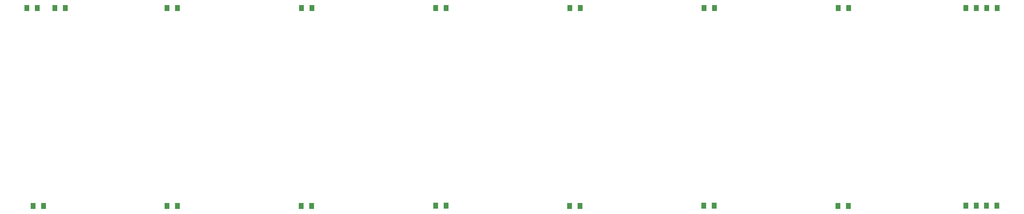
<source format=gbr>
%TF.GenerationSoftware,KiCad,Pcbnew,(6.0.7)*%
%TF.CreationDate,2023-02-26T17:44:05-06:00*%
%TF.ProjectId,Vsense,5673656e-7365-42e6-9b69-6361645f7063,rev?*%
%TF.SameCoordinates,Original*%
%TF.FileFunction,Paste,Top*%
%TF.FilePolarity,Positive*%
%FSLAX46Y46*%
G04 Gerber Fmt 4.6, Leading zero omitted, Abs format (unit mm)*
G04 Created by KiCad (PCBNEW (6.0.7)) date 2023-02-26 17:44:05*
%MOMM*%
%LPD*%
G01*
G04 APERTURE LIST*
G04 Aperture macros list*
%AMRoundRect*
0 Rectangle with rounded corners*
0 $1 Rounding radius*
0 $2 $3 $4 $5 $6 $7 $8 $9 X,Y pos of 4 corners*
0 Add a 4 corners polygon primitive as box body*
4,1,4,$2,$3,$4,$5,$6,$7,$8,$9,$2,$3,0*
0 Add four circle primitives for the rounded corners*
1,1,$1+$1,$2,$3*
1,1,$1+$1,$4,$5*
1,1,$1+$1,$6,$7*
1,1,$1+$1,$8,$9*
0 Add four rect primitives between the rounded corners*
20,1,$1+$1,$2,$3,$4,$5,0*
20,1,$1+$1,$4,$5,$6,$7,0*
20,1,$1+$1,$6,$7,$8,$9,0*
20,1,$1+$1,$8,$9,$2,$3,0*%
G04 Aperture macros list end*
%ADD10RoundRect,0.250001X0.462499X0.624999X-0.462499X0.624999X-0.462499X-0.624999X0.462499X-0.624999X0*%
%ADD11RoundRect,0.250001X-0.462499X-0.624999X0.462499X-0.624999X0.462499X0.624999X-0.462499X0.624999X0*%
G04 APERTURE END LIST*
D10*
%TO.C,F17*%
X346862500Y-162825000D03*
X343887500Y-162825000D03*
%TD*%
D11*
%TO.C,F14*%
X301762500Y-106625000D03*
X304737500Y-106625000D03*
%TD*%
%TO.C,F16*%
X338062500Y-106625000D03*
X341037500Y-106625000D03*
%TD*%
%TO.C,F7*%
X187462500Y-162850000D03*
X190437500Y-162850000D03*
%TD*%
%TO.C,F9*%
X225537500Y-162875000D03*
X228512500Y-162875000D03*
%TD*%
%TO.C,F4*%
X111237500Y-106625000D03*
X114212500Y-106625000D03*
%TD*%
%TO.C,F10*%
X225587500Y-106625000D03*
X228562500Y-106625000D03*
%TD*%
%TO.C,F12*%
X263687500Y-106625000D03*
X266662500Y-106625000D03*
%TD*%
%TO.C,F0*%
X71437500Y-106625000D03*
X74412500Y-106625000D03*
%TD*%
%TO.C,F3*%
X111212500Y-162875000D03*
X114187500Y-162875000D03*
%TD*%
%TO.C,F8*%
X187462500Y-106625000D03*
X190437500Y-106625000D03*
%TD*%
D10*
%TO.C,F1*%
X76137500Y-162875000D03*
X73162500Y-162875000D03*
%TD*%
D11*
%TO.C,F11*%
X263637500Y-162850000D03*
X266612500Y-162850000D03*
%TD*%
%TO.C,F18*%
X343962500Y-106625000D03*
X346937500Y-106625000D03*
%TD*%
D10*
%TO.C,F15*%
X340987500Y-162850000D03*
X338012500Y-162850000D03*
%TD*%
D11*
%TO.C,F13*%
X301737500Y-162875000D03*
X304712500Y-162875000D03*
%TD*%
%TO.C,F5*%
X149337500Y-162875000D03*
X152312500Y-162875000D03*
%TD*%
%TO.C,F6*%
X149387500Y-106625000D03*
X152362500Y-106625000D03*
%TD*%
%TO.C,F2*%
X79400000Y-106625000D03*
X82375000Y-106625000D03*
%TD*%
M02*

</source>
